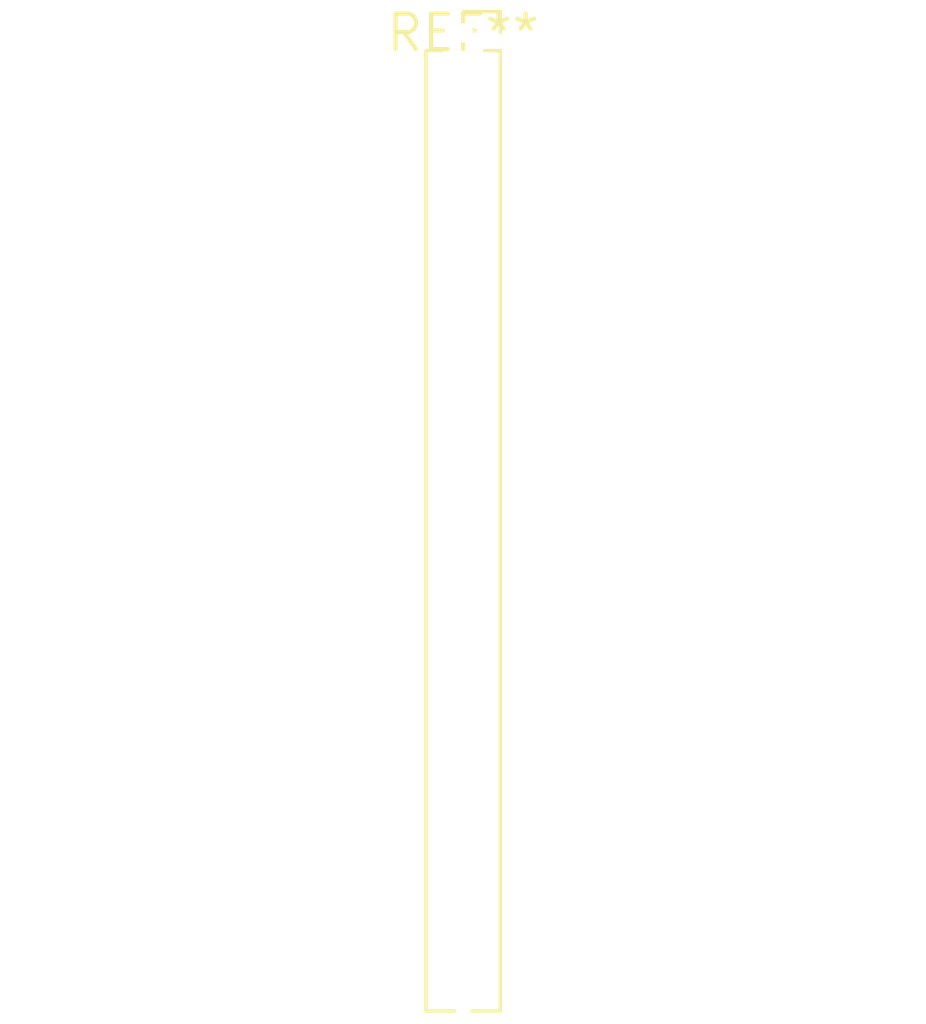
<source format=kicad_pcb>
(kicad_pcb (version 20240108) (generator pcbnew)
  (layers (0 "F.Cu" signal) (31 "B.Cu" signal) (34 "B.Paste" user) (35 "F.Paste" user) (36 "B.SilkS" user "B.Silkscreen") (37 "F.SilkS" user "F.Silkscreen") (38 "B.Mask" user) (39 "F.Mask" user) (44 "Edge.Cuts" user))
  (net 0 "")
  (footprint "PinSocket_1x28_P1.27mm_Vertical" (layer "F.Cu") (at 0 0)
    (property "Reference" "REF**")
    (property "Value" "PinSocket_1x28_P1.27mm_Vertical")
    (fp_line (start -1.33 0.635) (end -1.33 34.985) (layer "F.SilkS") (stroke (width 0.12)))
    (fp_line (start -1.33 0.635) (end -0.76 0.635) (layer "F.SilkS") (stroke (width 0.12)))
    (fp_line (start -1.33 34.985) (end -0.30753 34.985) (layer "F.SilkS") (stroke (width 0.12)))
    (fp_line (start 0 -0.76) (end 1.33 -0.76) (layer "F.SilkS") (stroke (width 0.12)))
    (fp_line (start 0.30753 34.985) (end 1.33 34.985) (layer "F.SilkS") (stroke (width 0.12)))
    (fp_line (start 0.76 0.635) (end 1.33 0.635) (layer "F.SilkS") (stroke (width 0.12)))
    (fp_line (start 1.33 -0.76) (end 1.33 0) (layer "F.SilkS") (stroke (width 0.12)))
    (fp_line (start 1.33 0.635) (end 1.33 34.985) (layer "F.SilkS") (stroke (width 0.12)))
    (pad "1" thru_hole rect (at 0 0) (size 1 1) (drill 0.7) (layers *.Cu *.Mask) (remove_unused_layers))
    (pad "2" thru_hole oval (at 0 1.27) (size 1 1) (drill 0.7) (layers *.Cu *.Mask) (remove_unused_layers))
    (pad "3" thru_hole oval (at 0 2.54) (size 1 1) (drill 0.7) (layers *.Cu *.Mask) (remove_unused_layers))
    (pad "4" thru_hole oval (at 0 3.81) (size 1 1) (drill 0.7) (layers *.Cu *.Mask) (remove_unused_layers))
    (pad "5" thru_hole oval (at 0 5.08) (size 1 1) (drill 0.7) (layers *.Cu *.Mask) (remove_unused_layers))
    (pad "6" thru_hole oval (at 0 6.35) (size 1 1) (drill 0.7) (layers *.Cu *.Mask) (remove_unused_layers))
    (pad "7" thru_hole oval (at 0 7.62) (size 1 1) (drill 0.7) (layers *.Cu *.Mask) (remove_unused_layers))
    (pad "8" thru_hole oval (at 0 8.89) (size 1 1) (drill 0.7) (layers *.Cu *.Mask) (remove_unused_layers))
    (pad "9" thru_hole oval (at 0 10.16) (size 1 1) (drill 0.7) (layers *.Cu *.Mask) (remove_unused_layers))
    (pad "10" thru_hole oval (at 0 11.43) (size 1 1) (drill 0.7) (layers *.Cu *.Mask) (remove_unused_layers))
    (pad "11" thru_hole oval (at 0 12.7) (size 1 1) (drill 0.7) (layers *.Cu *.Mask) (remove_unused_layers))
    (pad "12" thru_hole oval (at 0 13.97) (size 1 1) (drill 0.7) (layers *.Cu *.Mask) (remove_unused_layers))
    (pad "13" thru_hole oval (at 0 15.24) (size 1 1) (drill 0.7) (layers *.Cu *.Mask) (remove_unused_layers))
    (pad "14" thru_hole oval (at 0 16.51) (size 1 1) (drill 0.7) (layers *.Cu *.Mask) (remove_unused_layers))
    (pad "15" thru_hole oval (at 0 17.78) (size 1 1) (drill 0.7) (layers *.Cu *.Mask) (remove_unused_layers))
    (pad "16" thru_hole oval (at 0 19.05) (size 1 1) (drill 0.7) (layers *.Cu *.Mask) (remove_unused_layers))
    (pad "17" thru_hole oval (at 0 20.32) (size 1 1) (drill 0.7) (layers *.Cu *.Mask) (remove_unused_layers))
    (pad "18" thru_hole oval (at 0 21.59) (size 1 1) (drill 0.7) (layers *.Cu *.Mask) (remove_unused_layers))
    (pad "19" thru_hole oval (at 0 22.86) (size 1 1) (drill 0.7) (layers *.Cu *.Mask) (remove_unused_layers))
    (pad "20" thru_hole oval (at 0 24.13) (size 1 1) (drill 0.7) (layers *.Cu *.Mask) (remove_unused_layers))
    (pad "21" thru_hole oval (at 0 25.4) (size 1 1) (drill 0.7) (layers *.Cu *.Mask) (remove_unused_layers))
    (pad "22" thru_hole oval (at 0 26.67) (size 1 1) (drill 0.7) (layers *.Cu *.Mask) (remove_unused_layers))
    (pad "23" thru_hole oval (at 0 27.94) (size 1 1) (drill 0.7) (layers *.Cu *.Mask) (remove_unused_layers))
    (pad "24" thru_hole oval (at 0 29.21) (size 1 1) (drill 0.7) (layers *.Cu *.Mask) (remove_unused_layers))
    (pad "25" thru_hole oval (at 0 30.48) (size 1 1) (drill 0.7) (layers *.Cu *.Mask) (remove_unused_layers))
    (pad "26" thru_hole oval (at 0 31.75) (size 1 1) (drill 0.7) (layers *.Cu *.Mask) (remove_unused_layers))
    (pad "27" thru_hole oval (at 0 33.02) (size 1 1) (drill 0.7) (layers *.Cu *.Mask) (remove_unused_layers))
    (pad "28" thru_hole oval (at 0 34.29) (size 1 1) (drill 0.7) (layers *.Cu *.Mask) (remove_unused_layers))
  )
)
</source>
